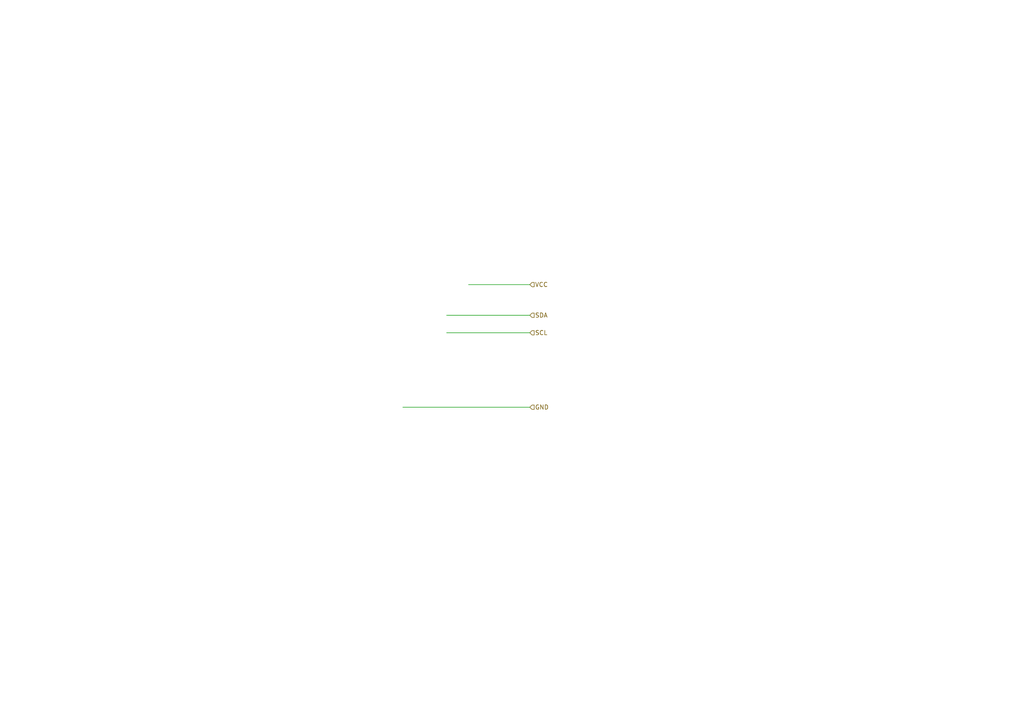
<source format=kicad_sch>
(kicad_sch
	(version 20231120)
	(generator "eeschema")
	(generator_version "8.0")
	(uuid "eda34805-dec3-4da9-b16a-09435e087620")
	(paper "A4")
	(title_block
		(title "SLA-BOX")
		(date "2024-11-27")
		(rev "B")
		(company "avatarsd LLC")
		(comment 3 "day 1008")
		(comment 4 "by S.D.")
	)
	(lib_symbols)
	(wire
		(pts
			(xy 153.67 82.55) (xy 135.89 82.55)
		)
		(stroke
			(width 0)
			(type default)
		)
		(uuid "1e305f35-9519-4fba-930c-85d78321d4cb")
	)
	(wire
		(pts
			(xy 129.54 96.52) (xy 153.67 96.52)
		)
		(stroke
			(width 0)
			(type default)
		)
		(uuid "3e0a4fe6-66f1-476f-b78d-7a5d04e16517")
	)
	(wire
		(pts
			(xy 129.54 91.44) (xy 153.67 91.44)
		)
		(stroke
			(width 0)
			(type default)
		)
		(uuid "8a6243de-741e-451a-8ea1-e010c26ae079")
	)
	(wire
		(pts
			(xy 153.67 118.11) (xy 116.84 118.11)
		)
		(stroke
			(width 0)
			(type default)
		)
		(uuid "9384d07b-f081-4881-b98f-118b6ab48ef0")
	)
	(hierarchical_label "VCC"
		(shape input)
		(at 153.67 82.55 0)
		(fields_autoplaced yes)
		(effects
			(font
				(size 1.27 1.27)
			)
			(justify left)
		)
		(uuid "08857b06-1dd4-41cb-b61b-1144b5a988b1")
	)
	(hierarchical_label "SCL"
		(shape input)
		(at 153.67 96.52 0)
		(fields_autoplaced yes)
		(effects
			(font
				(size 1.27 1.27)
			)
			(justify left)
		)
		(uuid "4068bc85-13b1-4651-a2af-3ffc2786e2a6")
	)
	(hierarchical_label "SDA"
		(shape input)
		(at 153.67 91.44 0)
		(fields_autoplaced yes)
		(effects
			(font
				(size 1.27 1.27)
			)
			(justify left)
		)
		(uuid "56b86346-e58d-407d-bca5-7a92da587b3f")
	)
	(hierarchical_label "GND"
		(shape input)
		(at 153.67 118.11 0)
		(fields_autoplaced yes)
		(effects
			(font
				(size 1.27 1.27)
			)
			(justify left)
		)
		(uuid "a7d1c989-09e5-49e1-b588-d4c6ae266d99")
	)
)

</source>
